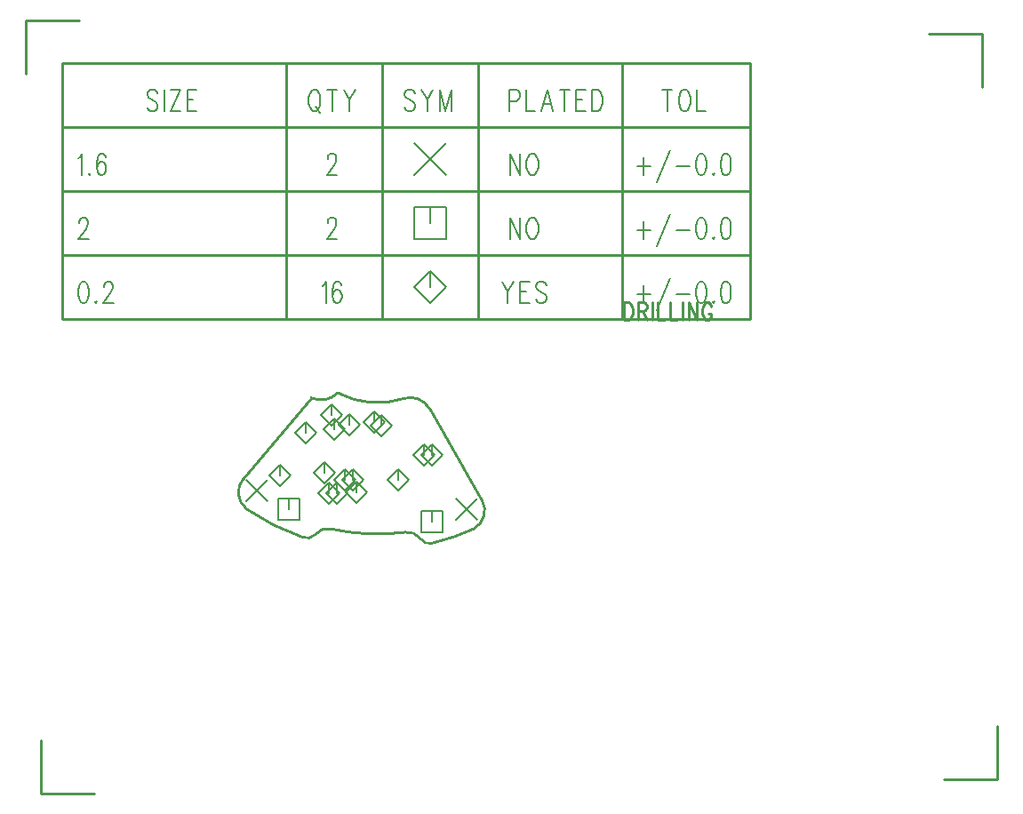
<source format=gbr>
*
*
G04 PADS 9.5 Build Number: 522968 generated Gerber (RS-274-X) file*
G04 PC Version=2.1*
*
%IN "LCORE_4.pcb"*%
*
%MOIN*%
*
%FSLAX35Y35*%
*
*
*
*
G04 PC Standard Apertures*
*
*
G04 Thermal Relief Aperture macro.*
%AMTER*
1,1,$1,0,0*
1,0,$1-$2,0,0*
21,0,$3,$4,0,0,45*
21,0,$3,$4,0,0,135*
%
*
*
G04 Annular Aperture macro.*
%AMANN*
1,1,$1,0,0*
1,0,$2,0,0*
%
*
*
G04 Odd Aperture macro.*
%AMODD*
1,1,$1,0,0*
1,0,$1-0.005,0,0*
%
*
*
G04 PC Custom Aperture Macros*
*
*
*
*
*
*
G04 PC Aperture Table*
*
%ADD010C,0.001*%
%ADD012C,0.01*%
%ADD017C,0.008*%
*
*
*
*
G04 PC Circuitry*
G04 Layer Name LCORE_4.pcb - circuitry*
%LPD*%
*
*
G04 PC Custom Flashes*
G04 Layer Name LCORE_4.pcb - flashes*
%LPD*%
*
*
G04 PC Circuitry*
G04 Layer Name LCORE_4.pcb - circuitry*
%LPD*%
*
G54D10*
G54D12*
G01X2042253Y1639169D02*
Y1632606D01*
Y1639169D02*
X2043844D01*
X2044525Y1638856*
X2044980Y1638231*
X2045207Y1637606*
X2045434Y1636669*
Y1635106*
X2045207Y1634169*
X2044980Y1633544*
X2044525Y1632919*
X2043844Y1632606*
X2042253*
X2047480Y1639169D02*
Y1632606D01*
Y1639169D02*
X2049525D01*
X2050207Y1638856*
X2050434Y1638544*
X2050662Y1637919*
Y1637294*
X2050434Y1636669*
X2050207Y1636356*
X2049525Y1636044*
X2047480*
X2049071D02*
X2050662Y1632606D01*
X2052707Y1639169D02*
Y1632606D01*
X2054753Y1639169D02*
Y1632606D01*
X2057480*
X2059525Y1639169D02*
Y1632606D01*
X2062253*
X2064298Y1639169D02*
Y1632606D01*
X2066344Y1639169D02*
Y1632606D01*
Y1639169D02*
X2069525Y1632606D01*
Y1639169D02*
Y1632606D01*
X2074980Y1637606D02*
X2074753Y1638231D01*
X2074298Y1638856*
X2073844Y1639169*
X2072934*
X2072480Y1638856*
X2072025Y1638231*
X2071798Y1637606*
X2071571Y1636669*
Y1635106*
X2071798Y1634169*
X2072025Y1633544*
X2072480Y1632919*
X2072934Y1632606*
X2073844*
X2074298Y1632919*
X2074753Y1633544*
X2074980Y1634169*
Y1635106*
X2073844D02*
X2074980D01*
X1900788Y1561558D02*
G75*
G03X1921809Y1551031I48934J71466D01*
G01X1921827Y1551025D02*
G03X1926389Y1552091I1471J3999D01*
G01X1932249Y1554225D02*
G03X1926391Y1552092I-1336J-5442D01*
G01X1932289Y1554216D02*
G03X1960292Y1552993I17468J78795D01*
G01X1965815Y1550567D02*
G03X1960269Y1552990I-4781J-3386D01*
G01X1965819Y1550561D02*
G03X1970341Y1548880I3345J2074D01*
G01X1970380Y1548889D02*
G03X1985922Y1554286I-20514J84150D01*
G01X1985913Y1554281D02*
G03X1988944Y1564993I-3840J6872D01*
G01X1988940Y1564999D02*
X1969016Y1599606D01*
X1969018Y1599603D02*
G03X1959686Y1603148I-6910J-4135D01*
G01X1934880Y1605240D02*
G03X1959709Y1603156I14835J27784D01*
G01X1924884Y1603377D02*
G03X1934851Y1605260I3644J8033D01*
G01X1924879Y1603379D02*
X1899587Y1573281D01*
X1899585Y1573278D02*
G03X1900763Y1561574I5923J-5315D01*
G01X1837791Y1744944D02*
X1817791D01*
Y1724944*
X1823603Y1475056D02*
Y1455056D01*
X1843603*
X2162209Y1460312D02*
X2182209D01*
Y1480312*
X2176373Y1719944D02*
Y1739944D01*
X2156373*
X1831623Y1729000D02*
X2089623D01*
X1831623Y1705000D02*
X2089623D01*
X1831623Y1681000D02*
X2089623D01*
X1831623Y1657000D02*
X2089623D01*
X1831623Y1633000D02*
X2089623D01*
X1831623Y1729000D02*
Y1633000D01*
X1915623Y1729000D02*
Y1633000D01*
X1951623Y1729000D02*
Y1633000D01*
X1987623Y1729000D02*
Y1633000D01*
X2041623Y1729000D02*
Y1633000D01*
X2089623Y1729000D02*
Y1633000D01*
G54D17*
X1966112Y1552942D02*
X1974112D01*
Y1560942*
X1966112*
Y1552942*
X1970112Y1556942D02*
Y1560942D01*
X1912456Y1557636D02*
X1920456D01*
Y1565636*
X1912456*
Y1557636*
X1916456Y1561636D02*
Y1565636D01*
X1900569Y1564500D02*
X1908569Y1572500D01*
X1900569D02*
X1908569Y1564500D01*
X1979010Y1557637D02*
X1987010Y1565637D01*
X1979010D02*
X1987010Y1557637D01*
X1940481Y1568764D02*
X1944481Y1572764D01*
X1940481Y1576764*
X1936481Y1572764*
X1940481Y1568764*
Y1572764D02*
Y1576764D01*
X1941859Y1563843D02*
X1945859Y1567843D01*
X1941859Y1571843*
X1937859Y1567843*
X1941859Y1563843*
Y1567843D02*
Y1571843D01*
X1937528Y1568567D02*
X1941528Y1572567D01*
X1937528Y1576567*
X1933528Y1572567*
X1937528Y1568567*
Y1572567D02*
Y1576567D01*
X1931623Y1563449D02*
X1935623Y1567449D01*
X1931623Y1571449*
X1927623Y1567449*
X1931623Y1563449*
Y1567449D02*
Y1571449D01*
X1934575Y1563449D02*
X1938575Y1567449D01*
X1934575Y1571449*
X1930575Y1567449*
X1934575Y1563449*
Y1567449D02*
Y1571449D01*
X1957410Y1568764D02*
X1961410Y1572764D01*
X1957410Y1576764*
X1953410Y1572764*
X1957410Y1568764*
Y1572764D02*
Y1576764D01*
X1913316Y1570142D02*
X1917316Y1574142D01*
X1913316Y1578142*
X1909316Y1574142*
X1913316Y1570142*
Y1574142D02*
Y1578142D01*
X1933591Y1587661D02*
X1937591Y1591661D01*
X1933591Y1595661*
X1929591Y1591661*
X1933591Y1587661*
Y1591661D02*
Y1595661D01*
X1929851Y1571323D02*
X1933851Y1575323D01*
X1929851Y1579323*
X1925851Y1575323*
X1929851Y1571323*
Y1575323D02*
Y1579323D01*
X1939300Y1589433D02*
X1943300Y1593433D01*
X1939300Y1597433*
X1935300Y1593433*
X1939300Y1589433*
Y1593433D02*
Y1597433D01*
X1922764Y1586283D02*
X1926764Y1590283D01*
X1922764Y1594283*
X1918764Y1590283*
X1922764Y1586283*
Y1590283D02*
Y1594283D01*
X1951308Y1588843D02*
X1955308Y1592843D01*
X1951308Y1596843*
X1947308Y1592843*
X1951308Y1588843*
Y1592843D02*
Y1596843D01*
X1967056Y1578016D02*
X1971056Y1582016D01*
X1967056Y1586016*
X1963056Y1582016*
X1967056Y1578016*
Y1582016D02*
Y1586016D01*
X1970205Y1578016D02*
X1974205Y1582016D01*
X1970205Y1586016*
X1966205Y1582016*
X1970205Y1578016*
Y1582016D02*
Y1586016D01*
X1932607Y1592976D02*
X1936607Y1596976D01*
X1932607Y1600976*
X1928607Y1596976*
X1932607Y1592976*
Y1596976D02*
Y1600976D01*
X1948552Y1590417D02*
X1952552Y1594417D01*
X1948552Y1598417*
X1944552Y1594417*
X1948552Y1590417*
Y1594417D02*
Y1598417D01*
X1867223Y1717750D02*
X1866677Y1718500D01*
X1865859Y1718875*
X1864768*
X1863950Y1718500*
X1863405Y1717750*
Y1717000*
X1863677Y1716250*
X1863950Y1715875*
X1864495Y1715500*
X1866132Y1714750*
X1866677Y1714375*
X1866950Y1714000*
X1867223Y1713250*
Y1712125*
X1866677Y1711375*
X1865859Y1711000*
X1864768*
X1863950Y1711375*
X1863405Y1712125*
X1869677Y1718875D02*
Y1711000D01*
X1875950Y1718875D02*
X1872132Y1711000D01*
Y1718875D02*
X1875950D01*
X1872132Y1711000D02*
X1875950D01*
X1878405Y1718875D02*
Y1711000D01*
Y1718875D02*
X1881950D01*
X1878405Y1715125D02*
X1880586D01*
X1878405Y1711000D02*
X1881950D01*
X1925586Y1718875D02*
X1925041Y1718500D01*
X1924495Y1717750*
X1924223Y1717000*
X1923950Y1715875*
Y1714000*
X1924223Y1712875*
X1924495Y1712125*
X1925041Y1711375*
X1925586Y1711000*
X1926677*
X1927223Y1711375*
X1927768Y1712125*
X1928041Y1712875*
X1928314Y1714000*
Y1715875*
X1928041Y1717000*
X1927768Y1717750*
X1927223Y1718500*
X1926677Y1718875*
X1925586*
X1926405Y1712500D02*
X1928041Y1710250D01*
X1932677Y1718875D02*
Y1711000D01*
X1930768Y1718875D02*
X1934586D01*
X1937041D02*
X1939223Y1715125D01*
Y1711000*
X1941405Y1718875D02*
X1939223Y1715125D01*
X1963768Y1717750D02*
X1963223Y1718500D01*
X1962405Y1718875*
X1961314*
X1960495Y1718500*
X1959950Y1717750*
Y1717000*
X1960223Y1716250*
X1960495Y1715875*
X1961041Y1715500*
X1962677Y1714750*
X1963223Y1714375*
X1963495Y1714000*
X1963768Y1713250*
Y1712125*
X1963223Y1711375*
X1962405Y1711000*
X1961314*
X1960495Y1711375*
X1959950Y1712125*
X1966223Y1718875D02*
X1968405Y1715125D01*
Y1711000*
X1970586Y1718875D02*
X1968405Y1715125D01*
X1973041Y1718875D02*
Y1711000D01*
Y1718875D02*
X1975223Y1711000D01*
X1977405Y1718875D02*
X1975223Y1711000D01*
X1977405Y1718875D02*
Y1711000D01*
X1999223Y1718875D02*
Y1711000D01*
Y1718875D02*
X2001677D01*
X2002495Y1718500*
X2002768Y1718125*
X2003041Y1717375*
Y1716250*
X2002768Y1715500*
X2002495Y1715125*
X2001677Y1714750*
X1999223*
X2005495Y1718875D02*
Y1711000D01*
X2008768*
X2013405Y1718875D02*
X2011223Y1711000D01*
X2013405Y1718875D02*
X2015586Y1711000D01*
X2012041Y1713625D02*
X2014768D01*
X2019950Y1718875D02*
Y1711000D01*
X2018041Y1718875D02*
X2021859D01*
X2024314D02*
Y1711000D01*
Y1718875D02*
X2027859D01*
X2024314Y1715125D02*
X2026495D01*
X2024314Y1711000D02*
X2027859D01*
X2030314Y1718875D02*
Y1711000D01*
Y1718875D02*
X2032223D01*
X2033041Y1718500*
X2033586Y1717750*
X2033859Y1717000*
X2034132Y1715875*
Y1714000*
X2033859Y1712875*
X2033586Y1712125*
X2033041Y1711375*
X2032223Y1711000*
X2030314*
X2058405Y1718875D02*
Y1711000D01*
X2056495Y1718875D02*
X2060314D01*
X2064405D02*
X2063859Y1718500D01*
X2063314Y1717750*
X2063041Y1717000*
X2062768Y1715875*
Y1714000*
X2063041Y1712875*
X2063314Y1712125*
X2063859Y1711375*
X2064405Y1711000*
X2065495*
X2066041Y1711375*
X2066586Y1712125*
X2066859Y1712875*
X2067132Y1714000*
Y1715875*
X2066859Y1717000*
X2066586Y1717750*
X2066041Y1718500*
X2065495Y1718875*
X2064405*
X2069586D02*
Y1711000D01*
X2072859*
X1837623Y1693375D02*
X1838168Y1693750D01*
X1838986Y1694875*
Y1687000*
X1841714Y1687750D02*
X1841441Y1687375D01*
X1841714Y1687000*
X1841986Y1687375*
X1841714Y1687750*
X1847714Y1693750D02*
X1847441Y1694500D01*
X1846623Y1694875*
X1846077*
X1845259Y1694500*
X1844714Y1693375*
X1844441Y1691500*
Y1689625*
X1844714Y1688125*
X1845259Y1687375*
X1846077Y1687000*
X1846350*
X1847168Y1687375*
X1847714Y1688125*
X1847986Y1689250*
Y1689625*
X1847714Y1690750*
X1847168Y1691500*
X1846350Y1691875*
X1846077*
X1845259Y1691500*
X1844714Y1690750*
X1844441Y1689625*
X1931041Y1693000D02*
Y1693375D01*
X1931314Y1694125*
X1931586Y1694500*
X1932132Y1694875*
X1933223*
X1933768Y1694500*
X1934041Y1694125*
X1934314Y1693375*
Y1692625*
X1934041Y1691875*
X1933495Y1690750*
X1930768Y1687000*
X1934586*
X1963623D02*
X1975623Y1699000D01*
X1963623D02*
X1975623Y1687000D01*
X1999359Y1694875D02*
Y1687000D01*
Y1694875D02*
X2003177Y1687000D01*
Y1694875D02*
Y1687000D01*
X2007268Y1694875D02*
X2006723Y1694500D01*
X2006177Y1693750*
X2005905Y1693000*
X2005632Y1691875*
Y1690000*
X2005905Y1688875*
X2006177Y1688125*
X2006723Y1687375*
X2007268Y1687000*
X2008359*
X2008905Y1687375*
X2009450Y1688125*
X2009723Y1688875*
X2009995Y1690000*
Y1691875*
X2009723Y1693000*
X2009450Y1693750*
X2008905Y1694500*
X2008359Y1694875*
X2007268*
X2049541Y1693750D02*
Y1687000D01*
X2047086Y1690375D02*
X2051995D01*
X2059359Y1696375D02*
X2054450Y1684375D01*
X2061814Y1690375D02*
X2066723D01*
X2070814Y1694875D02*
X2069995Y1694500D01*
X2069450Y1693375*
X2069177Y1691500*
Y1690375*
X2069450Y1688500*
X2069995Y1687375*
X2070814Y1687000*
X2071359*
X2072177Y1687375*
X2072723Y1688500*
X2072995Y1690375*
Y1691500*
X2072723Y1693375*
X2072177Y1694500*
X2071359Y1694875*
X2070814*
X2075723Y1687750D02*
X2075450Y1687375D01*
X2075723Y1687000*
X2075995Y1687375*
X2075723Y1687750*
X2080086Y1694875D02*
X2079268Y1694500D01*
X2078723Y1693375*
X2078450Y1691500*
Y1690375*
X2078723Y1688500*
X2079268Y1687375*
X2080086Y1687000*
X2080632*
X2081450Y1687375*
X2081995Y1688500*
X2082268Y1690375*
Y1691500*
X2081995Y1693375*
X2081450Y1694500*
X2080632Y1694875*
X2080086*
X1837895Y1669000D02*
Y1669375D01*
X1838168Y1670125*
X1838441Y1670500*
X1838986Y1670875*
X1840077*
X1840623Y1670500*
X1840895Y1670125*
X1841168Y1669375*
Y1668625*
X1840895Y1667875*
X1840350Y1666750*
X1837623Y1663000*
X1841441*
X1931041Y1669000D02*
Y1669375D01*
X1931314Y1670125*
X1931586Y1670500*
X1932132Y1670875*
X1933223*
X1933768Y1670500*
X1934041Y1670125*
X1934314Y1669375*
Y1668625*
X1934041Y1667875*
X1933495Y1666750*
X1930768Y1663000*
X1934586*
X1963623D02*
X1975623D01*
Y1675000*
X1963623*
Y1663000*
X1969623Y1669000D02*
Y1675000D01*
X1999359Y1670875D02*
Y1663000D01*
Y1670875D02*
X2003177Y1663000D01*
Y1670875D02*
Y1663000D01*
X2007268Y1670875D02*
X2006723Y1670500D01*
X2006177Y1669750*
X2005905Y1669000*
X2005632Y1667875*
Y1666000*
X2005905Y1664875*
X2006177Y1664125*
X2006723Y1663375*
X2007268Y1663000*
X2008359*
X2008905Y1663375*
X2009450Y1664125*
X2009723Y1664875*
X2009995Y1666000*
Y1667875*
X2009723Y1669000*
X2009450Y1669750*
X2008905Y1670500*
X2008359Y1670875*
X2007268*
X2049541Y1669750D02*
Y1663000D01*
X2047086Y1666375D02*
X2051995D01*
X2059359Y1672375D02*
X2054450Y1660375D01*
X2061814Y1666375D02*
X2066723D01*
X2070814Y1670875D02*
X2069995Y1670500D01*
X2069450Y1669375*
X2069177Y1667500*
Y1666375*
X2069450Y1664500*
X2069995Y1663375*
X2070814Y1663000*
X2071359*
X2072177Y1663375*
X2072723Y1664500*
X2072995Y1666375*
Y1667500*
X2072723Y1669375*
X2072177Y1670500*
X2071359Y1670875*
X2070814*
X2075723Y1663750D02*
X2075450Y1663375D01*
X2075723Y1663000*
X2075995Y1663375*
X2075723Y1663750*
X2080086Y1670875D02*
X2079268Y1670500D01*
X2078723Y1669375*
X2078450Y1667500*
Y1666375*
X2078723Y1664500*
X2079268Y1663375*
X2080086Y1663000*
X2080632*
X2081450Y1663375*
X2081995Y1664500*
X2082268Y1666375*
Y1667500*
X2081995Y1669375*
X2081450Y1670500*
X2080632Y1670875*
X2080086*
X1839259Y1646875D02*
X1838441Y1646500D01*
X1837895Y1645375*
X1837623Y1643500*
Y1642375*
X1837895Y1640500*
X1838441Y1639375*
X1839259Y1639000*
X1839805*
X1840623Y1639375*
X1841168Y1640500*
X1841441Y1642375*
Y1643500*
X1841168Y1645375*
X1840623Y1646500*
X1839805Y1646875*
X1839259*
X1844168Y1639750D02*
X1843895Y1639375D01*
X1844168Y1639000*
X1844441Y1639375*
X1844168Y1639750*
X1847168Y1645000D02*
Y1645375D01*
X1847441Y1646125*
X1847714Y1646500*
X1848259Y1646875*
X1849350*
X1849895Y1646500*
X1850168Y1646125*
X1850441Y1645375*
Y1644625*
X1850168Y1643875*
X1849623Y1642750*
X1846895Y1639000*
X1850714*
X1928995Y1645375D02*
X1929541Y1645750D01*
X1930359Y1646875*
Y1639000*
X1936086Y1645750D02*
X1935814Y1646500D01*
X1934995Y1646875*
X1934450*
X1933632Y1646500*
X1933086Y1645375*
X1932814Y1643500*
Y1641625*
X1933086Y1640125*
X1933632Y1639375*
X1934450Y1639000*
X1934723*
X1935541Y1639375*
X1936086Y1640125*
X1936359Y1641250*
Y1641625*
X1936086Y1642750*
X1935541Y1643500*
X1934723Y1643875*
X1934450*
X1933632Y1643500*
X1933086Y1642750*
X1932814Y1641625*
X1969623Y1639000D02*
X1975623Y1645000D01*
X1969623Y1651000*
X1963623Y1645000*
X1969623Y1639000*
Y1645000D02*
Y1651000D01*
X1996359Y1646875D02*
X1998541Y1643125D01*
Y1639000*
X2000723Y1646875D02*
X1998541Y1643125D01*
X2003177Y1646875D02*
Y1639000D01*
Y1646875D02*
X2006723D01*
X2003177Y1643125D02*
X2005359D01*
X2003177Y1639000D02*
X2006723D01*
X2012995Y1645750D02*
X2012450Y1646500D01*
X2011632Y1646875*
X2010541*
X2009723Y1646500*
X2009177Y1645750*
Y1645000*
X2009450Y1644250*
X2009723Y1643875*
X2010268Y1643500*
X2011905Y1642750*
X2012450Y1642375*
X2012723Y1642000*
X2012995Y1641250*
Y1640125*
X2012450Y1639375*
X2011632Y1639000*
X2010541*
X2009723Y1639375*
X2009177Y1640125*
X2049541Y1645750D02*
Y1639000D01*
X2047086Y1642375D02*
X2051995D01*
X2059359Y1648375D02*
X2054450Y1636375D01*
X2061814Y1642375D02*
X2066723D01*
X2070814Y1646875D02*
X2069995Y1646500D01*
X2069450Y1645375*
X2069177Y1643500*
Y1642375*
X2069450Y1640500*
X2069995Y1639375*
X2070814Y1639000*
X2071359*
X2072177Y1639375*
X2072723Y1640500*
X2072995Y1642375*
Y1643500*
X2072723Y1645375*
X2072177Y1646500*
X2071359Y1646875*
X2070814*
X2075723Y1639750D02*
X2075450Y1639375D01*
X2075723Y1639000*
X2075995Y1639375*
X2075723Y1639750*
X2080086Y1646875D02*
X2079268Y1646500D01*
X2078723Y1645375*
X2078450Y1643500*
Y1642375*
X2078723Y1640500*
X2079268Y1639375*
X2080086Y1639000*
X2080632*
X2081450Y1639375*
X2081995Y1640500*
X2082268Y1642375*
Y1643500*
X2081995Y1645375*
X2081450Y1646500*
X2080632Y1646875*
X2080086*
G74*
X0Y0D02*
M02*

</source>
